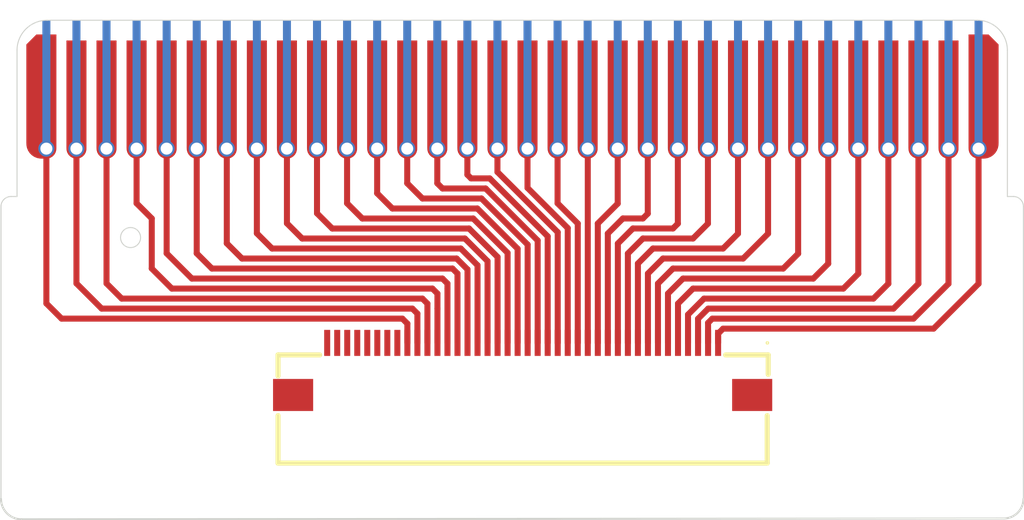
<source format=kicad_pcb>
(kicad_pcb (version 20221018) (generator pcbnew)
  (layers (0 "F.Cu" signal) (31 "B.Cu" signal) (34 "B.Paste" user) (35 "F.Paste" user) (36 "B.SilkS" user "B.Silkscreen") (37 "F.SilkS" user "F.Silkscreen") (38 "B.Mask" user) (39 "F.Mask" user) (44 "Edge.Cuts" user))
  (net 0 "")
  (net 1 "Net-(J1-VCC)")
  (net 10 "Net-(J1-CLK~{})")
  (net 11 "Net-(J1-WR)")
  (net 12 "Net-(J1-RD)")
  (net 13 "Net-(J1-CS)")
  (net 14 "Net-(J1-A0)")
  (net 15 "Net-(J1-A1)")
  (net 16 "Net-(J1-A2)")
  (net 17 "Net-(J1-A3)")
  (net 18 "Net-(J1-A4)")
  (net 19 "Net-(J1-A5)")
  (net 20 "Net-(J1-A6)")
  (net 21 "Net-(J1-A7)")
  (net 22 "Net-(J1-A8)")
  (net 23 "Net-(J1-A9)")
  (net 24 "Net-(J1-A10)")
  (net 25 "Net-(J1-A11)")
  (net 26 "Net-(J1-A12)")
  (net 27 "Net-(J1-A13)")
  (net 28 "Net-(J1-A14)")
  (net 29 "Net-(J1-A15)")
  (net 30 "Net-(J1-D0)")
  (net 31 "Net-(J1-D1)")
  (net 32 "Net-(J1-D2)")
  (net 33 "Net-(J1-D3)")
  (net 34 "Net-(J1-D4)")
  (net 35 "Net-(J1-D5)")
  (net 36 "Net-(J1-D6)")
  (net 37 "Net-(J1-D7)")
  (net 38 "Net-(J1-RST)")
  (net 39 "Net-(J1-SND)")
  (net 40 "Net-(J1-GND)")
  (footprint "LCSC_Connector:FPC-SMD_P0.50-40P_FGS-XJ-H2.0" (layer "F.Cu") (at 45.999911 37.512898 180)
    (fp_text reference "J101" hide)
    (fp_text value "AFC01-S40FCA-00" hide)
    (fp_line (start -12.249987 -0.268961) (end -12.249987 0.699975) (stroke (width 0.254)) (layer "F.SilkS"))
    (fp_line (start -12.249987 0.699975) (end -10.125629 0.699975) (stroke (width 0.254)) (layer "F.SilkS"))
    (fp_line (start -12.199644 -4.700102) (end -12.199644 -2.331242) (stroke (width 0.254)) (layer "F.SilkS"))
    (fp_line (start 10.125578 0.699975) (end 12.2 0.699975) (stroke (width 0.254)) (layer "F.SilkS"))
    (fp_line (start 12.2 0.699975) (end 12.2 -0.350013) (stroke (width 0.254)) (layer "F.SilkS"))
    (fp_line (start 12.200025 -4.700076) (end -12.200025 -4.700102) (stroke (width 0.254)) (layer "F.SilkS"))
    (fp_line (start 12.200025 -2.331242) (end 12.200025 -4.700102) (stroke (width 0.254)) (layer "F.SilkS"))
    (fp_circle (center -12.208534 1.300279) (end -12.178537 1.300279) (stroke (width 0.059995)) (fill none) (layer "F.SilkS"))
    (pad "1" smd rect (at -9.750064 1.299924 180) (size 0.3 1.3) (layers "F.Cu" "F.Paste" "F.Mask") (net 1 "Net-(J1-VCC)"))
    (pad "2" smd rect (at -9.249936 1.299924 180) (size 0.3 1.3) (layers "F.Cu" "F.Paste" "F.Mask") (net 10 "Net-(J1-CLK~{})"))
    (pad "3" smd rect (at -8.750064 1.299924 180) (size 0.3 1.3) (layers "F.Cu" "F.Paste" "F.Mask") (net 11 "Net-(J1-WR)"))
    (pad "4" smd rect (at -8.249936 1.299924 180) (size 0.3 1.3) (layers "F.Cu" "F.Paste" "F.Mask") (net 12 "Net-(J1-RD)"))
    (pad "5" smd rect (at -7.750064 1.299924 180) (size 0.3 1.3) (layers "F.Cu" "F.Paste" "F.Mask") (net 13 "Net-(J1-CS)"))
    (pad "6" smd rect (at -7.249936 1.299924 180) (size 0.3 1.3) (layers "F.Cu" "F.Paste" "F.Mask") (net 14 "Net-(J1-A0)"))
    (pad "7" smd rect (at -6.750064 1.299924 180) (size 0.3 1.3) (layers "F.Cu" "F.Paste" "F.Mask") (net 15 "Net-(J1-A1)"))
    (pad "8" smd rect (at -6.249936 1.299924 180) (size 0.3 1.3) (layers "F.Cu" "F.Paste" "F.Mask") (net 16 "Net-(J1-A2)"))
    (pad "9" smd rect (at -5.750064 1.299924 180) (size 0.3 1.3) (layers "F.Cu" "F.Paste" "F.Mask") (net 17 "Net-(J1-A3)"))
    (pad "10" smd rect (at -5.249936 1.299924 180) (size 0.3 1.3) (layers "F.Cu" "F.Paste" "F.Mask") (net 18 "Net-(J1-A4)"))
    (pad "11" smd rect (at -4.750064 1.299924 180) (size 0.3 1.3) (layers "F.Cu" "F.Paste" "F.Mask") (net 19 "Net-(J1-A5)"))
    (pad "12" smd rect (at -4.249936 1.299924 180) (size 0.3 1.3) (layers "F.Cu" "F.Paste" "F.Mask") (net 20 "Net-(J1-A6)"))
    (pad "13" smd rect (at -3.750064 1.299924 180) (size 0.3 1.3) (layers "F.Cu" "F.Paste" "F.Mask") (net 21 "Net-(J1-A7)"))
    (pad "14" smd rect (at -3.249936 1.299924 180) (size 0.3 1.3) (layers "F.Cu" "F.Paste" "F.Mask") (net 22 "Net-(J1-A8)"))
    (pad "15" smd rect (at -2.750064 1.299924 180) (size 0.3 1.3) (layers "F.Cu" "F.Paste" "F.Mask") (net 23 "Net-(J1-A9)"))
    (pad "16" smd rect (at -2.249936 1.299924 180) (size 0.3 1.3) (layers "F.Cu" "F.Paste" "F.Mask") (net 24 "Net-(J1-A10)"))
    (pad "17" smd rect (at -1.750064 1.299924 180) (size 0.3 1.3) (layers "F.Cu" "F.Paste" "F.Mask") (net 25 "Net-(J1-A11)"))
    (pad "18" smd rect (at -1.249936 1.299924 180) (size 0.3 1.3) (layers "F.Cu" "F.Paste" "F.Mask") (net 26 "Net-(J1-A12)"))
    (pad "19" smd rect (at -0.750064 1.299924 180) (size 0.3 1.3) (layers "F.Cu" "F.Paste" "F.Mask") (net 27 "Net-(J1-A13)"))
    (pad "20" smd rect (at -0.249936 1.299924 180) (size 0.3 1.3) (layers "F.Cu" "F.Paste" "F.Mask") (net 28 "Net-(J1-A14)"))
    (pad "21" smd rect (at 0.249936 1.299924 180) (size 0.3 1.3) (layers "F.Cu" "F.Paste" "F.Mask") (net 29 "Net-(J1-A15)"))
    (pad "22" smd rect (at 0.750064 1.299924 180) (size 0.3 1.3) (layers "F.Cu" "F.Paste" "F.Mask") (net 30 "Net-(J1-D0)"))
    (pad "23" smd rect (at 1.249936 1.299924 180) (size 0.3 1.3) (layers "F.Cu" "F.Paste" "F.Mask") (net 31 "Net-(J1-D1)"))
    (pad "24" smd rect (at 1.750064 1.299924 180) (size 0.3 1.3) (layers "F.Cu" "F.Paste" "F.Mask") (net 32 "Net-(J1-D2)"))
    (pad "25" smd rect (at 2.249936 1.299924 180) (size 0.3 1.3) (layers "F.Cu" "F.Paste" "F.Mask") (net 33 "Net-(J1-D3)"))
    (pad "26" smd rect (at 2.750064 1.299924 180) (size 0.3 1.3) (layers "F.Cu" "F.Paste" "F.Mask") (net 34 "Net-(J1-D4)"))
    (pad "27" smd rect (at 3.249936 1.299924 180) (size 0.3 1.3) (layers "F.Cu" "F.Paste" "F.Mask") (net 35 "Net-(J1-D5)"))
    (pad "28" smd rect (at 3.750064 1.299924 180) (size 0.3 1.3) (layers "F.Cu" "F.Paste" "F.Mask") (net 36 "Net-(J1-D6)"))
    (pad "29" smd rect (at 4.249936 1.299924 180) (size 0.3 1.3) (layers "F.Cu" "F.Paste" "F.Mask") (net 37 "Net-(J1-D7)"))
    (pad "30" smd rect (at 4.750064 1.299924 180) (size 0.3 1.3) (layers "F.Cu" "F.Paste" "F.Mask") (net 38 "Net-(J1-RST)"))
    (pad "31" smd rect (at 5.249936 1.299924 180) (size 0.3 1.3) (layers "F.Cu" "F.Paste" "F.Mask") (net 39 "Net-(J1-SND)"))
    (pad "32" smd rect (at 5.750064 1.299924 180) (size 0.3 1.3) (layers "F.Cu" "F.Paste" "F.Mask") (net 40 "Net-(J1-GND)"))
    (pad "33" smd rect (at 6.249936 1.299924 180) (size 0.3 1.3) (layers "F.Cu" "F.Paste" "F.Mask"))
    (pad "34" smd rect (at 6.750064 1.299924 180) (size 0.3 1.3) (layers "F.Cu" "F.Paste" "F.Mask"))
    (pad "35" smd rect (at 7.249936 1.299924 180) (size 0.3 1.3) (layers "F.Cu" "F.Paste" "F.Mask"))
    (pad "36" smd rect (at 7.750064 1.299924 180) (size 0.3 1.3) (layers "F.Cu" "F.Paste" "F.Mask"))
    (pad "37" smd rect (at 8.249936 1.299924 180) (size 0.3 1.3) (layers "F.Cu" "F.Paste" "F.Mask"))
    (pad "38" smd rect (at 8.750064 1.299924 180) (size 0.3 1.3) (layers "F.Cu" "F.Paste" "F.Mask"))
    (pad "39" smd rect (at 9.249936 1.299924 180) (size 0.3 1.3) (layers "F.Cu" "F.Paste" "F.Mask"))
    (pad "40" smd rect (at 9.750064 1.299924 180) (size 0.3 1.3) (layers "F.Cu" "F.Paste" "F.Mask"))
    (pad "41" smd rect (at 11.450089 -1.300025 90) (size 1.6 2) (layers "F.Cu" "F.Paste" "F.Mask"))
    (pad "42" smd rect (at -11.450089 -1.300025 90) (size 1.6 2) (layers "F.Cu" "F.Paste" "F.Mask"))
  )
  (footprint "NintendoDS:NintendoDS" (layer "F.Cu") (at 66.4 19.94 180)
    (fp_text reference "REF**" hide)
    (fp_text value "NintendoDS")
  )
  (footprint "Connector_GameBoy:GameBoy_GamePak_AGB-002_P1.50mm_Edge" (layer "F.Cu") (at 45.4926 29.5133 180)
    (fp_text reference "J1" hide)
    (fp_text value "CartBus" hide)
    (fp_poly (pts (xy -23.05 9.4) (xy -23.45 9.4) (xy -23.45 3.3) (xy -23.05 3.3)) (fill solid) (layer "B.Cu"))
    (fp_poly (pts (xy -21.55 9.4) (xy -21.95 9.4) (xy -21.95 3.3) (xy -21.55 3.3)) (fill solid) (layer "B.Cu"))
    (fp_poly (pts (xy -20.05 9.4) (xy -20.45 9.4) (xy -20.45 3.3) (xy -20.05 3.3)) (fill solid) (layer "B.Cu"))
    (fp_poly (pts (xy -18.55 9.4) (xy -18.95 9.4) (xy -18.95 3.3) (xy -18.55 3.3)) (fill solid) (layer "B.Cu"))
    (fp_poly (pts (xy -17.05 9.4) (xy -17.45 9.4) (xy -17.45 3.3) (xy -17.05 3.3)) (fill solid) (layer "B.Cu"))
    (fp_poly (pts (xy -15.55 9.4) (xy -15.95 9.4) (xy -15.95 3.3) (xy -15.55 3.3)) (fill solid) (layer "B.Cu"))
    (fp_poly (pts (xy -14.05 9.4) (xy -14.45 9.4) (xy -14.45 3.3) (xy -14.05 3.3)) (fill solid) (layer "B.Cu"))
    (fp_poly (pts (xy -12.55 9.4) (xy -12.95 9.4) (xy -12.95 3.3) (xy -12.55 3.3)) (fill solid) (layer "B.Cu"))
    (fp_poly (pts (xy -11.05 9.4) (xy -11.45 9.4) (xy -11.45 3.3) (xy -11.05 3.3)) (fill solid) (layer "B.Cu"))
    (fp_poly (pts (xy -9.55 9.4) (xy -9.95 9.4) (xy -9.95 3.3) (xy -9.55 3.3)) (fill solid) (layer "B.Cu"))
    (fp_poly (pts (xy -8.05 9.4) (xy -8.45 9.4) (xy -8.45 3.3) (xy -8.05 3.3)) (fill solid) (layer "B.Cu"))
    (fp_poly (pts (xy -6.55 9.4) (xy -6.95 9.4) (xy -6.95 3.3) (xy -6.55 3.3)) (fill solid) (layer "B.Cu"))
    (fp_poly (pts (xy -5.05 9.4) (xy -5.45 9.4) (xy -5.45 3.3) (xy -5.05 3.3)) (fill solid) (layer "B.Cu"))
    (fp_poly (pts (xy -3.55 9.4) (xy -3.95 9.4) (xy -3.95 3.3) (xy -3.55 3.3)) (fill solid) (layer "B.Cu"))
    (fp_poly (pts (xy -2.05 9.4) (xy -2.45 9.4) (xy -2.45 3.3) (xy -2.05 3.3)) (fill solid) (layer "B.Cu"))
    (fp_poly (pts (xy -0.55 9.4) (xy -0.95 9.4) (xy -0.95 3.3) (xy -0.55 3.3)) (fill solid) (layer "B.Cu"))
    (fp_poly (pts (xy 0.95 9.4) (xy 0.55 9.4) (xy 0.55 3.3) (xy 0.95 3.3)) (fill solid) (layer "B.Cu"))
    (fp_poly (pts (xy 2.45 9.4) (xy 2.05 9.4) (xy 2.05 3.3) (xy 2.45 3.3)) (fill solid) (layer "B.Cu"))
    (fp_poly (pts (xy 3.95 9.4) (xy 3.55 9.4) (xy 3.55 3.3) (xy 3.95 3.3)) (fill solid) (layer "B.Cu"))
    (fp_poly (pts (xy 5.45 9.4) (xy 5.05 9.4) (xy 5.05 3.3) (xy 5.45 3.3)) (fill solid) (layer "B.Cu"))
    (fp_poly (pts (xy 6.95 9.4) (xy 6.55 9.4) (xy 6.55 3.3) (xy 6.95 3.3)) (fill solid) (layer "B.Cu"))
    (fp_poly (pts (xy 8.45 9.4) (xy 8.05 9.4) (xy 8.05 3.3) (xy 8.45 3.3)) (fill solid) (layer "B.Cu"))
    (fp_poly (pts (xy 9.95 9.4) (xy 9.55 9.4) (xy 9.55 3.3) (xy 9.95 3.3)) (fill solid) (layer "B.Cu"))
    (fp_poly (pts (xy 11.45 9.4) (xy 11.05 9.4) (xy 11.05 3.3) (xy 11.45 3.3)) (fill solid) (layer "B.Cu"))
    (fp_poly (pts (xy 12.95 9.4) (xy 12.55 9.4) (xy 12.55 3.3) (xy 12.95 3.3)) (fill solid) (layer "B.Cu"))
    (fp_poly (pts (xy 14.45 9.4) (xy 14.05 9.4) (xy 14.05 3.3) (xy 14.45 3.3)) (fill solid) (layer "B.Cu"))
    (fp_poly (pts (xy 15.95 9.4) (xy 15.55 9.4) (xy 15.55 3.3) (xy 15.95 3.3)) (fill solid) (layer "B.Cu"))
    (fp_poly (pts (xy 17.45 9.4) (xy 17.05 9.4) (xy 17.05 3.3) (xy 17.45 3.3)) (fill solid) (layer "B.Cu"))
    (fp_poly (pts (xy 18.95 9.4) (xy 18.55 9.4) (xy 18.55 3.3) (xy 18.95 3.3)) (fill solid) (layer "B.Cu"))
    (fp_poly (pts (xy 20.45 9.4) (xy 20.05 9.4) (xy 20.05 3.3) (xy 20.45 3.3)) (fill solid) (layer "B.Cu"))
    (fp_poly (pts (xy 21.95 9.4) (xy 21.55 9.4) (xy 21.55 3.3) (xy 21.95 3.3)) (fill solid) (layer "B.Cu"))
    (fp_poly (pts (xy 23.45 9.4) (xy 23.05 9.4) (xy 23.05 3.3) (xy 23.45 3.3)) (fill solid) (layer "B.Cu"))
    (pad "1" thru_hole circle (at -23.25 3 180) (size 0.8 0.8) (drill 0.6) (layers "*.Cu" "*.Mask") (net 1 "Net-(J1-VCC)"))
    (pad "1" connect custom (at -23.25 3 180) (size 0.8 0.8) (layers "F.Cu") (net 1 "Net-(J1-VCC)") (options (clearance outline) (anchor circle)) (primitives (gr_line (start -0.25 -0.45) (end 0 -0.45) (width 0.1)) (gr_circle (center 0 0) (end 0.25 0) (width 0.5) (fill none)) (gr_poly (pts (xy 0.5 5.7) (xy -0.5 5.7) (xy -1 5.2) (xy -1 0.25) (xy 0.5 0.25)) (width 0) (fill yes)) (gr_circle (center -0.25 0.25) (end 0.125 0.25) (width 0.75) (fill none)) (gr_line (start 0.45 0) (end 0.45 0.25) (width 0.1))))
    (pad "2" thru_hole circle (at -21.75 3 180) (size 0.8 0.8) (drill 0.6) (layers "*.Cu" "*.Mask") (net 10 "Net-(J1-CLK~{})"))
    (pad "2" connect custom (at -21.75 3 180) (size 0.8 0.8) (layers "F.Cu") (net 10 "Net-(J1-CLK~{})") (options (clearance outline) (anchor circle)) (primitives (gr_poly (pts (xy 0.5 5.4) (xy -0.5 5.4) (xy -0.5 0) (xy 0.5 0)) (width 0) (fill yes)) (gr_circle (center -0.001247 0) (end 0.25 0) (width 0.5) (fill none))))
    (pad "3" thru_hole circle (at -20.25 3 180) (size 0.8 0.8) (drill 0.6) (layers "*.Cu" "*.Mask") (net 11 "Net-(J1-WR)"))
    (pad "3" connect custom (at -20.25 3 180) (size 0.8 0.8) (layers "F.Cu") (net 11 "Net-(J1-WR)") (options (clearance outline) (anchor circle)) (primitives (gr_poly (pts (xy 0.5 5.4) (xy -0.5 5.4) (xy -0.5 0) (xy 0.5 0)) (width 0) (fill yes)) (gr_circle (center -0.001247 0) (end 0.25 0) (width 0.5) (fill none))))
    (pad "4" thru_hole circle (at -18.75 3 180) (size 0.8 0.8) (drill 0.6) (layers "*.Cu" "*.Mask") (net 12 "Net-(J1-RD)"))
    (pad "4" connect custom (at -18.75 3 180) (size 0.8 0.8) (layers "F.Cu") (net 12 "Net-(J1-RD)") (options (clearance outline) (anchor circle)) (primitives (gr_poly (pts (xy 0.5 5.4) (xy -0.5 5.4) (xy -0.5 0) (xy 0.5 0)) (width 0) (fill yes)) (gr_circle (center -0.001247 0) (end 0.25 0) (width 0.5) (fill none))))
    (pad "5" thru_hole circle (at -17.25 3 180) (size 0.8 0.8) (drill 0.6) (layers "*.Cu" "*.Mask") (net 13 "Net-(J1-CS)"))
    (pad "5" connect custom (at -17.25 3 180) (size 0.8 0.8) (layers "F.Cu") (net 13 "Net-(J1-CS)") (options (clearance outline) (anchor circle)) (primitives (gr_poly (pts (xy 0.5 5.4) (xy -0.5 5.4) (xy -0.5 0) (xy 0.5 0)) (width 0) (fill yes)) (gr_circle (center -0.001247 0) (end 0.25 0) (width 0.5) (fill none))))
    (pad "6" thru_hole circle (at -15.75 3 180) (size 0.8 0.8) (drill 0.6) (layers "*.Cu" "*.Mask") (net 14 "Net-(J1-A0)"))
    (pad "6" connect custom (at -15.75 3 180) (size 0.8 0.8) (layers "F.Cu") (net 14 "Net-(J1-A0)") (options (clearance outline) (anchor circle)) (primitives (gr_poly (pts (xy 0.5 5.4) (xy -0.5 5.4) (xy -0.5 0) (xy 0.5 0)) (width 0) (fill yes)) (gr_circle (center -0.001247 0) (end 0.25 0) (width 0.5) (fill none))))
    (pad "7" thru_hole circle (at -14.25 3 180) (size 0.8 0.8) (drill 0.6) (layers "*.Cu" "*.Mask") (net 15 "Net-(J1-A1)"))
    (pad "7" connect custom (at -14.25 3 180) (size 0.8 0.8) (layers "F.Cu") (net 15 "Net-(J1-A1)") (options (clearance outline) (anchor circle)) (primitives (gr_poly (pts (xy 0.5 5.4) (xy -0.5 5.4) (xy -0.5 0) (xy 0.5 0)) (width 0) (fill yes)) (gr_circle (center -0.001247 0) (end 0.25 0) (width 0.5) (fill none))))
    (pad "8" thru_hole circle (at -12.75 3 180) (size 0.8 0.8) (drill 0.6) (layers "*.Cu" "*.Mask") (net 16 "Net-(J1-A2)"))
    (pad "8" connect custom (at -12.75 3 180) (size 0.8 0.8) (layers "F.Cu") (net 16 "Net-(J1-A2)") (options (clearance outline) (anchor circle)) (primitives (gr_poly (pts (xy 0.5 5.4) (xy -0.5 5.4) (xy -0.5 0) (xy 0.5 0)) (width 0) (fill yes)) (gr_circle (center -0.001247 0) (end 0.25 0) (width 0.5) (fill none))))
    (pad "9" thru_hole circle (at -11.25 3 180) (size 0.8 0.8) (drill 0.6) (layers "*.Cu" "*.Mask") (net 17 "Net-(J1-A3)"))
    (pad "9" connect custom (at -11.25 3 180) (size 0.8 0.8) (layers "F.Cu") (net 17 "Net-(J1-A3)") (options (clearance outline) (anchor circle)) (primitives (gr_poly (pts (xy 0.5 5.4) (xy -0.5 5.4) (xy -0.5 0) (xy 0.5 0)) (width 0) (fill yes)) (gr_circle (center -0.001247 0) (end 0.25 0) (width 0.5) (fill none))))
    (pad "10" thru_hole circle (at -9.75 3 180) (size 0.8 0.8) (drill 0.6) (layers "*.Cu" "*.Mask") (net 18 "Net-(J1-A4)"))
    (pad "10" connect custom (at -9.75 3 180) (size 0.8 0.8) (layers "F.Cu") (net 18 "Net-(J1-A4)") (options (clearance outline) (anchor circle)) (primitives (gr_poly (pts (xy 0.5 5.4) (xy -0.5 5.4) (xy -0.5 0) (xy 0.5 0)) (width 0) (fill yes)) (gr_circle (center -0.001247 0) (end 0.25 0) (width 0.5) (fill none))))
    (pad "11" thru_hole circle (at -8.25 3 180) (size 0.8 0.8) (drill 0.6) (layers "*.Cu" "*.Mask") (net 19 "Net-(J1-A5)"))
    (pad "11" connect custom (at -8.25 3 180) (size 0.8 0.8) (layers "F.Cu") (net 19 "Net-(J1-A5)") (options (clearance outline) (anchor circle)) (primitives (gr_poly (pts (xy 0.5 5.4) (xy -0.5 5.4) (xy -0.5 0) (xy 0.5 0)) (width 0) (fill yes)) (gr_circle (center -0.001247 0) (end 0.25 0) (width 0.5) (fill none))))
    (pad "12" thru_hole circle (at -6.75 3 180) (size 0.8 0.8) (drill 0.6) (layers "*.Cu" "*.Mask") (net 20 "Net-(J1-A6)"))
    (pad "12" connect custom (at -6.75 3 180) (size 0.8 0.8) (layers "F.Cu") (net 20 "Net-(J1-A6)") (options (clearance outline) (anchor circle)) (primitives (gr_poly (pts (xy 0.5 5.4) (xy -0.5 5.4) (xy -0.5 0) (xy 0.5 0)) (width 0) (fill yes)) (gr_circle (center -0.001247 0) (end 0.25 0) (width 0.5) (fill none))))
    (pad "13" thru_hole circle (at -5.25 3 180) (size 0.8 0.8) (drill 0.6) (layers "*.Cu" "*.Mask") (net 21 "Net-(J1-A7)"))
    (pad "13" connect custom (at -5.25 3 180) (size 0.8 0.8) (layers "F.Cu") (net 21 "Net-(J1-A7)") (options (clearance outline) (anchor circle)) (primitives (gr_poly (pts (xy 0.5 5.4) (xy -0.5 5.4) (xy -0.5 0) (xy 0.5 0)) (width 0) (fill yes)) (gr_circle (center -0.001247 0) (end 0.25 0) (width 0.5) (fill none))))
    (pad "14" thru_hole circle (at -3.75 3 180) (size 0.8 0.8) (drill 0.6) (layers "*.Cu" "*.Mask") (net 22 "Net-(J1-A8)"))
    (pad "14" connect custom (at -3.75 3 180) (size 0.8 0.8) (layers "F.Cu") (net 22 "Net-(J1-A8)") (options (clearance outline) (anchor circle)) (primitives (gr_poly (pts (xy 0.5 5.4) (xy -0.5 5.4) (xy -0.5 0) (xy 0.5 0)) (width 0) (fill yes)) (gr_circle (center -0.001247 0) (end 0.25 0) (width 0.5) (fill none))))
    (pad "15" thru_hole circle (at -2.25 3 180) (size 0.8 0.8) (drill 0.6) (layers "*.Cu" "*.Mask") (net 23 "Net-(J1-A9)"))
    (pad "15" connect custom (at -2.25 3 180) (size 0.8 0.8) (layers "F.Cu") (net 23 "Net-(J1-A9)") (options (clearance outline) (anchor circle)) (primitives (gr_poly (pts (xy 0.5 5.4) (xy -0.5 5.4) (xy -0.5 0) (xy 0.5 0)) (width 0) (fill yes)) (gr_circle (center -0.001247 0) (end 0.25 0) (width 0.5) (fill none))))
    (pad "16" thru_hole circle (at -0.75 3 180) (size 0.8 0.8) (drill 0.6) (layers "*.Cu" "*.Mask") (net 24 "Net-(J1-A10)"))
    (pad "16" connect custom (at -0.75 3 180) (size 0.8 0.8) (layers "F.Cu") (net 24 "Net-(J1-A10)") (options (clearance outline) (anchor circle)) (primitives (gr_poly (pts (xy 0.5 5.4) (xy -0.5 5.4) (xy -0.5 0) (xy 0.5 0)) (width 0) (fill yes)) (gr_circle (center -0.001247 0) (end 0.25 0) (width 0.5) (fill none))))
    (pad "17" thru_hole circle (at 0.75 3 180) (size 0.8 0.8) (drill 0.6) (layers "*.Cu" "*.Mask") (net 25 "Net-(J1-A11)"))
    (pad "17" connect custom (at 0.75 3 180) (size 0.8 0.8) (layers "F.Cu") (net 25 "Net-(J1-A11)") (options (clearance outline) (anchor circle)) (primitives (gr_poly (pts (xy 0.5 5.4) (xy -0.5 5.4) (xy -0.5 0) (xy 0.5 0)) (width 0) (fill yes)) (gr_circle (center -0.001247 0) (end 0.25 0) (width 0.5) (fill none))))
    (pad "18" thru_hole circle (at 2.25 3 180) (size 0.8 0.8) (drill 0.6) (layers "*.Cu" "*.Mask") (net 26 "Net-(J1-A12)"))
    (pad "18" connect custom (at 2.25 3 180) (size 0.8 0.8) (layers "F.Cu") (net 26 "Net-(J1-A12)") (options (clearance outline) (anchor circle)) (primitives (gr_poly (pts (xy 0.5 5.4) (xy -0.5 5.4) (xy -0.5 0) (xy 0.5 0)) (width 0) (fill yes)) (gr_circle (center -0.001247 0) (end 0.25 0) (width 0.5) (fill none))))
    (pad "19" thru_hole circle (at 3.75 3 180) (size 0.8 0.8) (drill 0.6) (layers "*.Cu" "*.Mask") (net 27 "Net-(J1-A13)"))
    (pad "19" connect custom (at 3.75 3 180) (size 0.8 0.8) (layers "F.Cu") (net 27 "Net-(J1-A13)") (options (clearance outline) (anchor circle)) (primitives (gr_poly (pts (xy 0.5 5.4) (xy -0.5 5.4) (xy -0.5 0) (xy 0.5 0)) (width 0) (fill yes)) (gr_circle (center -0.001247 0) (end 0.25 0) (width 0.5) (fill none))))
    (pad "20" thru_hole circle (at 5.25 3 180) (size 0.8 0.8) (drill 0.6) (layers "*.Cu" "*.Mask") (net 28 "Net-(J1-A14)"))
    (pad "20" connect custom (at 5.25 3 180) (size 0.8 0.8) (layers "F.Cu") (net 28 "Net-(J1-A14)") (options (clearance outline) (anchor circle)) (primitives (gr_poly (pts (xy 0.5 5.4) (xy -0.5 5.4) (xy -0.5 0) (xy 0.5 0)) (width 0) (fill yes)) (gr_circle (center -0.001247 0) (end 0.25 0) (width 0.5) (fill none))))
    (pad "21" thru_hole circle (at 6.75 3 180) (size 0.8 0.8) (drill 0.6) (layers "*.Cu" "*.Mask") (net 29 "Net-(J1-A15)"))
    (pad "21" connect custom (at 6.75 3 180) (size 0.8 0.8) (layers "F.Cu") (net 29 "Net-(J1-A15)") (options (clearance outline) (anchor circle)) (primitives (gr_poly (pts (xy 0.5 5.4) (xy -0.5 5.4) (xy -0.5 0) (xy 0.5 0)) (width 0) (fill yes)) (gr_circle (center -0.001247 0) (end 0.25 0) (width 0.5) (fill none))))
    (pad "22" thru_hole circle (at 8.25 3 180) (size 0.8 0.8) (drill 0.6) (layers "*.Cu" "*.Mask") (net 30 "Net-(J1-D0)"))
    (pad "22" connect custom (at 8.25 3 180) (size 0.8 0.8) (layers "F.Cu") (net 30 "Net-(J1-D0)") (options (clearance outline) (anchor circle)) (primitives (gr_poly (pts (xy 0.5 5.4) (xy -0.5 5.4) (xy -0.5 0) (xy 0.5 0)) (width 0) (fill yes)) (gr_circle (center -0.001247 0) (end 0.25 0) (width 0.5) (fill none))))
    (pad "23" thru_hole circle (at 9.75 3 180) (size 0.8 0.8) (drill 0.6) (layers "*.Cu" "*.Mask") (net 31 "Net-(J1-D1)"))
    (pad "23" connect custom (at 9.75 3 180) (size 0.8 0.8) (layers "F.Cu") (net 31 "Net-(J1-D1)") (options (clearance outline) (anchor circle)) (primitives (gr_poly (pts (xy 0.5 5.4) (xy -0.5 5.4) (xy -0.5 0) (xy 0.5 0)) (width 0) (fill yes)) (gr_circle (center -0.001247 0) (end 0.25 0) (width 0.5) (fill none))))
    (pad "24" thru_hole circle (at 11.25 3 180) (size 0.8 0.8) (drill 0.6) (layers "*.Cu" "*.Mask") (net 32 "Net-(J1-D2)"))
    (pad "24" connect custom (at 11.25 3 180) (size 0.8 0.8) (layers "F.Cu") (net 32 "Net-(J1-D2)") (options (clearance outline) (anchor circle)) (primitives (gr_poly (pts (xy 0.5 5.4) (xy -0.5 5.4) (xy -0.5 0) (xy 0.5 0)) (width 0) (fill yes)) (gr_circle (center -0.001247 0) (end 0.25 0) (width 0.5) (fill none))))
    (pad "25" thru_hole circle (at 12.75 3 180) (size 0.8 0.8) (drill 0.6) (layers "*.Cu" "*.Mask") (net 33 "Net-(J1-D3)"))
    (pad "25" connect custom (at 12.75 3 180) (size 0.8 0.8) (layers "F.Cu") (net 33 "Net-(J1-D3)") (options (clearance outline) (anchor circle)) (primitives (gr_poly (pts (xy 0.5 5.4) (xy -0.5 5.4) (xy -0.5 0) (xy 0.5 0)) (width 0) (fill yes)) (gr_circle (center -0.001247 0) (end 0.25 0) (width 0.5) (fill none))))
    (pad "26" thru_hole circle (at 14.25 3 180) (size 0.8 0.8) (drill 0.6) (layers "*.Cu" "*.Mask") (net 34 "Net-(J1-D4)"))
    (pad "26" connect custom (at 14.25 3 180) (size 0.8 0.8) (layers "F.Cu") (net 34 "Net-(J1-D4)") (options (clearance outline) (anchor circle)) (primitives (gr_poly (pts (xy 0.5 5.4) (xy -0.5 5.4) (xy -0.5 0) (xy 0.5 0)) (width 0) (fill yes)) (gr_circle (center -0.001247 0) (end 0.25 0) (width 0.5) (fill none))))
    (pad "27" thru_hole circle (at 15.75 3 180) (size 0.8 0.8) (drill 0.6) (layers "*.Cu" "*.Mask") (net 35 "Net-(J1-D5)"))
    (pad "27" connect custom (at 15.75 3 180) (size 0.8 0.8) (layers "F.Cu") (net 35 "Net-(J1-D5)") (options (clearance outline) (anchor circle)) (primitives (gr_poly (pts (xy 0.5 5.4) (xy -0.5 5.4) (xy -0.5 0) (xy 0.5 0)) (width 0) (fill yes)) (gr_circle (center -0.001247 0) (end 0.25 0) (width 0.5) (fill none))))
    (pad "28" thru_hole circle (at 17.25 3 180) (size 0.8 0.8) (drill 0.6) (layers "*.Cu" "*.Mask") (net 36 "Net-(J1-D6)"))
    (pad "28" connect custom (at 17.25 3 180) (size 0.8 0.8) (layers "F.Cu") (net 36 "Net-(J1-D6)") (options (clearance outline) (anchor circle)) (primitives (gr_poly (pts (xy 0.5 5.4) (xy -0.5 5.4) (xy -0.5 0) (xy 0.5 0)) (width 0) (fill yes)) (gr_circle (center -0.001247 0) (end 0.25 0) (width 0.5) (fill none))))
    (pad "29" thru_hole circle (at 18.75 3 180) (size 0.8 0.8) (drill 0.6) (layers "*.Cu" "*.Mask") (net 37 "Net-(J1-D7)"))
    (pad "29" connect custom (at 18.75 3 180) (size 0.8 0.8) (layers "F.Cu") (net 37 "Net-(J1-D7)") (options (clearance outline) (anchor circle)) (primitives (gr_poly (pts (xy 0.5 5.4) (xy -0.5 5.4) (xy -0.5 0) (xy 0.5 0)) (width 0) (fill yes)) (gr_circle (center -0.001247 0) (end 0.25 0) (width 0.5) (fill none))))
    (pad "30" thru_hole circle (at 20.25 3 180) (size 0.8 0.8) (drill 0.6) (layers "*.Cu" "*.Mask") (net 38 "Net-(J1-RST)"))
    (pad "30" connect custom (at 20.25 3 180) (size 0.8 0.8) (layers "F.Cu") (net 38 "Net-(J1-RST)") (options (clearance outline) (anchor circle)) (primitives (gr_poly (pts (xy 0.5 5.4) (xy -0.5 5.4) (xy -0.5 0) (xy 0.5 0)) (width 0) (fill yes)) (gr_circle (center -0.001247 0) (end 0.25 0) (width 0.5) (fill none))))
    (pad "31" thru_hole circle (at 21.75 3 180) (size 0.8 0.8) (drill 0.6) (layers "*.Cu" "*.Mask") (net 39 "Net-(J1-SND)"))
    (pad "31" connect custom (at 21.75 3 180) (size 0.8 0.8) (layers "F.Cu") (net 39 "Net-(J1-SND)") (options (clearance outline) (anchor circle)) (primitives (gr_poly (pts (xy 0.5 5.4) (xy -0.5 5.4) (xy -0.5 0) (xy 0.5 0)) (width 0) (fill yes)) (gr_circle (center -0.001247 0) (end 0.25 0) (width 0.5) (fill none))))
    (pad "32" thru_hole circle (at 23.25 3 180) (size 0.8 0.8) (drill 0.6) (layers "*.Cu" "*.Mask") (net 40 "Net-(J1-GND)"))
    (pad "32" connect custom (at 23.25 3 180) (size 0.8 0.8) (layers "F.Cu") (net 40 "Net-(J1-GND)") (options (clearance outline) (anchor circle)) (primitives (gr_line (start 0 -0.45) (end 0.25 -0.45) (width 0.1)) (gr_poly (pts (xy 1 5.2) (xy 0.5 5.7) (xy -0.5 5.7) (xy -0.5 0.25) (xy 1 0.25)) (width 0) (fill yes)) (gr_circle (center 0.25 0.25) (end 0.625 0.25) (width 0.75) (fill none)) (gr_circle (center 0 0) (end 0.25 0) (width 0.5) (fill none)) (gr_line (start -0.45 0) (end -0.45 0.25) (width 0.1))))
  )
  (gr_line (start 19.97952 29.40304) (end 19.97952 44) (stroke (width 0.05)) (layer "Edge.Cuts"))
  (gr_line (start 20.479521 28.90304) (end 20.77952 28.90304) (stroke (width 0.05)) (layer "Edge.Cuts"))
  (gr_line (start 70.17952 21.60304) (end 70.179521 28.90304) (stroke (width 0.05)) (layer "Edge.Cuts"))
  (gr_arc (start 21 45.02048) (mid 20.278412 44.721588) (end 19.97952 44) (stroke (width 0.1)) (layer "Edge.Cuts"))
  (gr_arc (start 70.47952 28.90304) (mid 70.833081 29.04949) (end 70.979521 29.40304) (stroke (width 0.05)) (layer "Edge.Cuts"))
  (gr_arc (start 19.97952 29.40304) (mid 20.125954 29.049467) (end 20.479521 28.90304) (stroke (width 0.05)) (layer "Edge.Cuts"))
  (gr_circle (center 26.4426 30.9533) (end 25.9426 30.9533) (stroke (width 0.05)) (fill none) (layer "Edge.Cuts"))
  (gr_line (start 20.77952 21.60304) (end 20.77952 28.90304) (stroke (width 0.05)) (layer "Edge.Cuts"))
  (gr_line (start 70.979521 29.40304) (end 70.97952 44) (stroke (width 0.05)) (layer "Edge.Cuts"))
  (gr_arc (start 70.97952 44) (mid 70.692625 44.692625) (end 70 44.97952) (stroke (width 0.1)) (layer "Edge.Cuts"))
  (gr_arc (start 20.77952 21.60304) (mid 21.218847 20.542361) (end 22.27952 20.10304) (stroke (width 0.05)) (layer "Edge.Cuts"))
  (gr_arc (start 68.67952 20.10304) (mid 69.740163 20.542397) (end 70.17952 21.60304) (stroke (width 0.05)) (layer "Edge.Cuts"))
  (gr_line (start 68.67952 20.10304) (end 22.27952 20.10304) (stroke (width 0.05)) (layer "Edge.Cuts"))
  (gr_line (start 70.179521 28.90304) (end 70.47952 28.90304) (stroke (width 0.05)) (layer "Edge.Cuts"))
  (gr_line (start 21 45.02048) (end 70 44.97952) (stroke (width 0.1)) (layer "Edge.Cuts"))
  (segment (start 56 35.5) (end 66.5 35.5) (width 0.3) (layer "F.Cu") (net 1))
  (segment (start 68.7426 33.2574) (end 68.7426 26.5133) (width 0.3) (layer "F.Cu") (net 1))
  (segment (start 66.5 35.5) (end 68.7426 33.2574) (width 0.3) (layer "F.Cu") (net 1))
  (segment (start 55.749975 36.212974) (end 55.749975 35.750025) (width 0.3) (layer "F.Cu") (net 1))
  (segment (start 55.749975 35.750025) (end 56 35.5) (width 0.3) (layer "F.Cu") (net 1))
  (segment (start 55.462949 35) (end 65.5 35) (width 0.3) (layer "F.Cu") (net 10))
  (segment (start 65.5 35) (end 67.2426 33.2574) (width 0.3) (layer "F.Cu") (net 10))
  (segment (start 55.249847 36.212974) (end 55.249847 35.213102) (width 0.3) (layer "F.Cu") (net 10))
  (segment (start 55.249847 35.213102) (end 55.462949 35) (width 0.3) (layer "F.Cu") (net 10))
  (segment (start 67.2426 33.2574) (end 67.2426 26.5133) (width 0.3) (layer "F.Cu") (net 10))
  (segment (start 65.7426 33.2574) (end 65.7426 26.5133) (width 0.3) (layer "F.Cu") (net 11))
  (segment (start 54.749975 35.006573) (end 55.256548 34.5) (width 0.3) (layer "F.Cu") (net 11))
  (segment (start 55.256548 34.5) (end 64.5 34.5) (width 0.3) (layer "F.Cu") (net 11))
  (segment (start 54.749975 36.212974) (end 54.749975 35.006573) (width 0.3) (layer "F.Cu") (net 11))
  (segment (start 64.5 34.5) (end 65.7426 33.2574) (width 0.3) (layer "F.Cu") (net 11))
  (segment (start 55.049442 34) (end 63.5 34) (width 0.3) (layer "F.Cu") (net 12))
  (segment (start 63.5 34) (end 64.2426 33.2574) (width 0.3) (layer "F.Cu") (net 12))
  (segment (start 54.249847 36.212974) (end 54.249847 34.799595) (width 0.3) (layer "F.Cu") (net 12))
  (segment (start 54.249847 34.799595) (end 55.049442 34) (width 0.3) (layer "F.Cu") (net 12))
  (segment (start 64.2426 33.2574) (end 64.2426 26.5133) (width 0.3) (layer "F.Cu") (net 12))
  (segment (start 54.5 33.5) (end 62 33.5) (width 0.3) (layer "F.Cu") (net 13))
  (segment (start 53.749975 34.250025) (end 54.5 33.5) (width 0.3) (layer "F.Cu") (net 13))
  (segment (start 53.749975 36.212974) (end 53.749975 34.250025) (width 0.3) (layer "F.Cu") (net 13))
  (segment (start 62.7426 32.7574) (end 62.7426 26.5133) (width 0.3) (layer "F.Cu") (net 13))
  (segment (start 62 33.5) (end 62.7426 32.7574) (width 0.3) (layer "F.Cu") (net 13))
  (segment (start 54 33) (end 60.5 33) (width 0.3) (layer "F.Cu") (net 14))
  (segment (start 61.2426 32.2574) (end 61.2426 26.5133) (width 0.3) (layer "F.Cu") (net 14))
  (segment (start 53.249847 36.212974) (end 53.249847 33.750153) (width 0.3) (layer "F.Cu") (net 14))
  (segment (start 60.5 33) (end 61.2426 32.2574) (width 0.3) (layer "F.Cu") (net 14))
  (segment (start 53.249847 33.750153) (end 54 33) (width 0.3) (layer "F.Cu") (net 14))
  (segment (start 59 32.5) (end 59.7426 31.7574) (width 0.3) (layer "F.Cu") (net 15))
  (segment (start 52.749975 36.212974) (end 52.749975 33.250025) (width 0.3) (layer "F.Cu") (net 15))
  (segment (start 59.7426 31.7574) (end 59.7426 26.5133) (width 0.3) (layer "F.Cu") (net 15))
  (segment (start 52.749975 33.250025) (end 53.5 32.5) (width 0.3) (layer "F.Cu") (net 15))
  (segment (start 53.5 32.5) (end 59 32.5) (width 0.3) (layer "F.Cu") (net 15))
  (segment (start 58.2426 30.7574) (end 58.2426 26.5133) (width 0.3) (layer "F.Cu") (net 16))
  (segment (start 52.249847 32.750153) (end 53 32) (width 0.3) (layer "F.Cu") (net 16))
  (segment (start 53 32) (end 57 32) (width 0.3) (layer "F.Cu") (net 16))
  (segment (start 52.249847 36.212974) (end 52.249847 32.750153) (width 0.3) (layer "F.Cu") (net 16))
  (segment (start 57 32) (end 58.2426 30.7574) (width 0.3) (layer "F.Cu") (net 16))
  (segment (start 56 31.5) (end 56.7426 30.7574) (width 0.3) (layer "F.Cu") (net 17))
  (segment (start 51.749975 36.212974) (end 51.749975 32.250025) (width 0.3) (layer "F.Cu") (net 17))
  (segment (start 56.7426 30.7574) (end 56.7426 26.5133) (width 0.3) (layer "F.Cu") (net 17))
  (segment (start 52.5 31.5) (end 56 31.5) (width 0.3) (layer "F.Cu") (net 17))
  (segment (start 51.749975 32.250025) (end 52.5 31.5) (width 0.3) (layer "F.Cu") (net 17))
  (segment (start 51.249847 31.750153) (end 52 31) (width 0.3) (layer "F.Cu") (net 18))
  (segment (start 55.2426 30.2574) (end 55.2426 26.5133) (width 0.3) (layer "F.Cu") (net 18))
  (segment (start 51.249847 36.212974) (end 51.249847 31.750153) (width 0.3) (layer "F.Cu") (net 18))
  (segment (start 52 31) (end 54.5 31) (width 0.3) (layer "F.Cu") (net 18))
  (segment (start 54.5 31) (end 55.2426 30.2574) (width 0.3) (layer "F.Cu") (net 18))
  (segment (start 51.5 30.5) (end 53.5 30.5) (width 0.3) (layer "F.Cu") (net 19))
  (segment (start 50.749975 31.250025) (end 51.5 30.5) (width 0.3) (layer "F.Cu") (net 19))
  (segment (start 53.5 30.5) (end 53.7426 30.2574) (width 0.3) (layer "F.Cu") (net 19))
  (segment (start 53.7426 30.2574) (end 53.7426 26.5133) (width 0.3) (layer "F.Cu") (net 19))
  (segment (start 50.749975 36.212974) (end 50.749975 31.250025) (width 0.3) (layer "F.Cu") (net 19))
  (segment (start 52.2426 29.7574) (end 52.2426 26.5133) (width 0.3) (layer "F.Cu") (net 20))
  (segment (start 50.249847 30.750153) (end 51 30) (width 0.3) (layer "F.Cu") (net 20))
  (segment (start 51 30) (end 52 30) (width 0.3) (layer "F.Cu") (net 20))
  (segment (start 50.249847 36.212974) (end 50.249847 30.750153) (width 0.3) (layer "F.Cu") (net 20))
  (segment (start 52 30) (end 52.2426 29.7574) (width 0.3) (layer "F.Cu") (net 20))
  (segment (start 50.7426 29.2574) (end 50.7426 26.5133) (width 0.3) (layer "F.Cu") (net 21))
  (segment (start 49.749975 36.212974) (end 49.749975 30.250025) (width 0.3) (layer "F.Cu") (net 21))
  (segment (start 49.749975 30.250025) (end 50.7426 29.2574) (width 0.3) (layer "F.Cu") (net 21))
  (segment (start 49.249847 36.212974) (end 49.249847 26.520547) (width 0.3) (layer "F.Cu") (net 22))
  (segment (start 49.249847 26.520547) (end 49.2426 26.5133) (width 0.3) (layer "F.Cu") (net 22))
  (segment (start 47.7426 29.2426) (end 47.7426 26.5133) (width 0.3) (layer "F.Cu") (net 23))
  (segment (start 48.749975 36.212974) (end 48.749975 30.249975) (width 0.3) (layer "F.Cu") (net 23))
  (segment (start 48.749975 30.249975) (end 47.7426 29.2426) (width 0.3) (layer "F.Cu") (net 23))
  (segment (start 48.249847 30.479435) (end 46.2426 28.472188) (width 0.3) (layer "F.Cu") (net 24))
  (segment (start 46.2426 28.472188) (end 46.2426 26.5133) (width 0.3) (layer "F.Cu") (net 24))
  (segment (start 48.249847 36.212974) (end 48.249847 30.479435) (width 0.3) (layer "F.Cu") (net 24))
  (segment (start 47.749975 36.212974) (end 47.749975 30.685964) (width 0.3) (layer "F.Cu") (net 25))
  (segment (start 47.749975 30.685964) (end 44.7426 27.678589) (width 0.3) (layer "F.Cu") (net 25))
  (segment (start 44.7426 27.678589) (end 44.7426 26.5133) (width 0.3) (layer "F.Cu") (net 25))
  (segment (start 43.2426 26.5133) (end 43.2426 27.813795) (width 0.3) (layer "F.Cu") (net 26))
  (segment (start 44.35761 28) (end 47.249847 30.892237) (width 0.3) (layer "F.Cu") (net 26))
  (segment (start 43.428805 28) (end 44.35761 28) (width 0.3) (layer "F.Cu") (net 26))
  (segment (start 43.2426 27.813795) (end 43.428805 28) (width 0.3) (layer "F.Cu") (net 26))
  (segment (start 47.249847 30.892237) (end 47.249847 36.212974) (width 0.3) (layer "F.Cu") (net 26))
  (segment (start 46.749975 36.212974) (end 46.749975 31.098766) (width 0.3) (layer "F.Cu") (net 27))
  (segment (start 46.749975 31.098766) (end 44.155201 28.503992) (width 0.3) (layer "F.Cu") (net 27))
  (segment (start 42.003992 28.503992) (end 41.7426 28.2426) (width 0.3) (layer "F.Cu") (net 27))
  (segment (start 41.7426 28.2426) (end 41.7426 26.5133) (width 0.3) (layer "F.Cu") (net 27))
  (segment (start 44.155201 28.503992) (end 42.003992 28.503992) (width 0.3) (layer "F.Cu") (net 27))
  (segment (start 46.249847 31.305038) (end 43.948301 29.003493) (width 0.3) (layer "F.Cu") (net 28))
  (segment (start 40.2426 28.2426) (end 40.2426 26.5133) (width 0.3) (layer "F.Cu") (net 28))
  (segment (start 46.249847 36.212974) (end 46.249847 31.305038) (width 0.3) (layer "F.Cu") (net 28))
  (segment (start 43.948301 29.003493) (end 41.003493 29.003493) (width 0.3) (layer "F.Cu") (net 28))
  (segment (start 41.003493 29.003493) (end 40.2426 28.2426) (width 0.3) (layer "F.Cu") (net 28))
  (segment (start 45.749975 36.212974) (end 45.749975 31.511567) (width 0.3) (layer "F.Cu") (net 29))
  (segment (start 45.749975 31.511567) (end 43.741401 29.502994) (width 0.3) (layer "F.Cu") (net 29))
  (segment (start 43.741401 29.502994) (end 39.502994 29.502994) (width 0.3) (layer "F.Cu") (net 29))
  (segment (start 38.7426 28.7426) (end 38.7426 26.5133) (width 0.3) (layer "F.Cu") (net 29))
  (segment (start 39.502994 29.502994) (end 38.7426 28.7426) (width 0.3) (layer "F.Cu") (net 29))
  (segment (start 38.002495 30.002495) (end 37.2426 29.2426) (width 0.3) (layer "F.Cu") (net 30))
  (segment (start 45.249847 31.71784) (end 43.534501 30.002495) (width 0.3) (layer "F.Cu") (net 30))
  (segment (start 43.534501 30.002495) (end 38.002495 30.002495) (width 0.3) (layer "F.Cu") (net 30))
  (segment (start 37.2426 29.2426) (end 37.2426 26.5133) (width 0.3) (layer "F.Cu") (net 30))
  (segment (start 45.249847 36.212974) (end 45.249847 31.71784) (width 0.3) (layer "F.Cu") (net 30))
  (segment (start 44.749975 31.92437) (end 43.327601 30.501996) (width 0.3) (layer "F.Cu") (net 31))
  (segment (start 43.327601 30.501996) (end 36.501996 30.501996) (width 0.3) (layer "F.Cu") (net 31))
  (segment (start 36.501996 30.501996) (end 35.7426 29.7426) (width 0.3) (layer "F.Cu") (net 31))
  (segment (start 35.7426 29.7426) (end 35.7426 26.5133) (width 0.3) (layer "F.Cu") (net 31))
  (segment (start 44.749975 36.212974) (end 44.749975 31.92437) (width 0.3) (layer "F.Cu") (net 31))
  (segment (start 44.249847 32.130643) (end 43.120701 31.001497) (width 0.3) (layer "F.Cu") (net 32))
  (segment (start 43.120701 31.001497) (end 35.001497 31.001497) (width 0.3) (layer "F.Cu") (net 32))
  (segment (start 44.249847 36.212974) (end 44.249847 32.130643) (width 0.3) (layer "F.Cu") (net 32))
  (segment (start 34.2426 30.2426) (end 34.2426 26.5133) (width 0.3) (layer "F.Cu") (net 32))
  (segment (start 35.001497 31.001497) (end 34.2426 30.2426) (width 0.3) (layer "F.Cu") (net 32))
  (segment (start 43.749975 32.337172) (end 42.913801 31.500998) (width 0.3) (layer "F.Cu") (net 33))
  (segment (start 42.913801 31.500998) (end 33.500998 31.500998) (width 0.3) (layer "F.Cu") (net 33))
  (segment (start 32.7426 30.7426) (end 32.7426 26.5133) (width 0.3) (layer "F.Cu") (net 33))
  (segment (start 33.500998 31.500998) (end 32.7426 30.7426) (width 0.3) (layer "F.Cu") (net 33))
  (segment (start 43.749975 36.212974) (end 43.749975 32.337172) (width 0.3) (layer "F.Cu") (net 33))
  (segment (start 43.249847 36.212974) (end 43.249847 32.543445) (width 0.3) (layer "F.Cu") (net 34))
  (segment (start 42.706901 32.000499) (end 32.000499 32.000499) (width 0.3) (layer "F.Cu") (net 34))
  (segment (start 32.000499 32.000499) (end 31.2426 31.2426) (width 0.3) (layer "F.Cu") (net 34))
  (segment (start 31.2426 31.2426) (end 31.2426 26.5133) (width 0.3) (layer "F.Cu") (net 34))
  (segment (start 43.249847 32.543445) (end 42.706901 32.000499) (width 0.3) (layer "F.Cu") (net 34))
  (segment (start 42.5 32.5) (end 30.5 32.5) (width 0.3) (layer "F.Cu") (net 35))
  (segment (start 42.749975 32.749975) (end 42.5 32.5) (width 0.3) (layer "F.Cu") (net 35))
  (segment (start 29.7426 31.7426) (end 29.7426 26.5133) (width 0.3) (layer "F.Cu") (net 35))
  (segment (start 30.5 32.5) (end 29.7426 31.7426) (width 0.3) (layer "F.Cu") (net 35))
  (segment (start 42.749975 36.212974) (end 42.749975 32.749975) (width 0.3) (layer "F.Cu") (net 35))
  (segment (start 28.2426 31.7426) (end 28.2426 26.5133) (width 0.3) (layer "F.Cu") (net 36))
  (segment (start 42 33) (end 29.5 33) (width 0.3) (layer "F.Cu") (net 36))
  (segment (start 29.5 33) (end 28.2426 31.7426) (width 0.3) (layer "F.Cu") (net 36))
  (segment (start 42.249847 36.212974) (end 42.249847 33.500128) (width 0.3) (layer "F.Cu") (net 36))
  (segment (start 42.249847 33.500128) (end 42.249975 33.5) (width 0.3) (layer "F.Cu") (net 36))
  (segment (start 42.249975 33.5) (end 42.249975 33.249975) (width 0.3) (layer "F.Cu") (net 36))
  (segment (start 42.249975 33.249975) (end 42 33) (width 0.3) (layer "F.Cu") (net 36))
  (segment (start 26.7426 29.2426) (end 27.5 30) (width 0.3) (layer "F.Cu") (net 37))
  (segment (start 27.5 32.5) (end 28.5 33.5) (width 0.3) (layer "F.Cu") (net 37))
  (segment (start 28.5 33.5) (end 41.5 33.5) (width 0.3) (layer "F.Cu") (net 37))
  (segment (start 41.749847 34.5) (end 41.749975 34.500128) (width 0.3) (layer "F.Cu") (net 37))
  (segment (start 41.749975 34.500128) (end 41.749975 36.212974) (width 0.3) (layer "F.Cu") (net 37))
  (segment (start 41.5 33.5) (end 41.749847 33.749847) (width 0.3) (layer "F.Cu") (net 37))
  (segment (start 26.7426 26.5133) (end 26.7426 29.2426) (width 0.3) (layer "F.Cu") (net 37))
  (segment (start 27.5 30) (end 27.5 32.5) (width 0.3) (layer "F.Cu") (net 37))
  (segment (start 41.749847 33.749847) (end 41.749847 34.5) (width 0.3) (layer "F.Cu") (net 37))
  (segment (start 41 34) (end 26 34) (width 0.3) (layer "F.Cu") (net 38))
  (segment (start 25.2426 33.2426) (end 25.2426 26.5133) (width 0.3) (layer "F.Cu") (net 38))
  (segment (start 41.249847 36.212974) (end 41.249847 34.249847) (width 0.3) (layer "F.Cu") (net 38))
  (segment (start 41.249847 34.249847) (end 41 34) (width 0.3) (layer "F.Cu") (net 38))
  (segment (start 26 34) (end 25.2426 33.2426) (width 0.3) (layer "F.Cu") (net 38))
  (segment (start 25 34.5) (end 23.7426 33.2426) (width 0.3) (layer "F.Cu") (net 39))
  (segment (start 40.749975 34.749975) (end 40.5 34.5) (width 0.3) (layer "F.Cu") (net 39))
  (segment (start 40.5 34.5) (end 25 34.5) (width 0.3) (layer "F.Cu") (net 39))
  (segment (start 23.7426 33.2426) (end 23.7426 26.5133) (width 0.3) (layer "F.Cu") (net 39))
  (segment (start 40.749975 36.212974) (end 40.749975 34.749975) (width 0.3) (layer "F.Cu") (net 39))
  (segment (start 40.249847 35.249847) (end 40 35) (width 0.3) (layer "F.Cu") (net 40))
  (segment (start 23 35) (end 22.2426 34.2426) (width 0.3) (layer "F.Cu") (net 40))
  (segment (start 40 35) (end 23 35) (width 0.3) (layer "F.Cu") (net 40))
  (segment (start 22.2426 34.2426) (end 22.2426 26.5133) (width 0.3) (layer "F.Cu") (net 40))
  (segment (start 40.249847 36.212974) (end 40.249847 35.249847) (width 0.3) (layer "F.Cu") (net 40))
)
</source>
